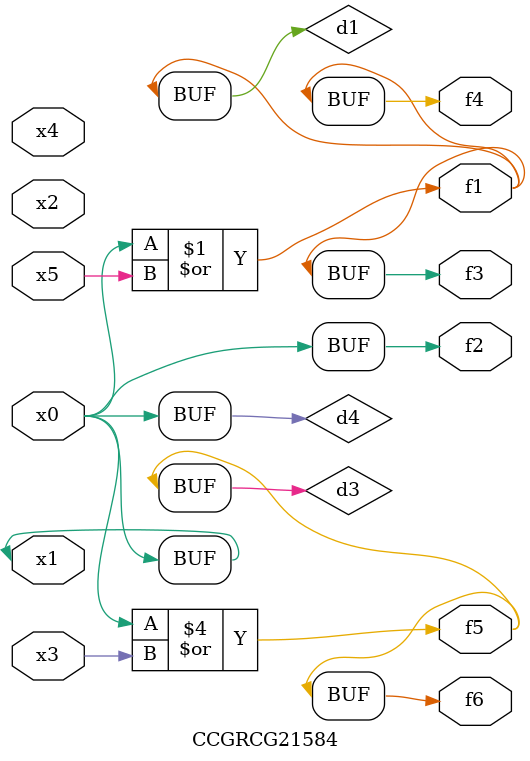
<source format=v>
module CCGRCG21584(
	input x0, x1, x2, x3, x4, x5,
	output f1, f2, f3, f4, f5, f6
);

	wire d1, d2, d3, d4;

	or (d1, x0, x5);
	xnor (d2, x1, x4);
	or (d3, x0, x3);
	buf (d4, x0, x1);
	assign f1 = d1;
	assign f2 = d4;
	assign f3 = d1;
	assign f4 = d1;
	assign f5 = d3;
	assign f6 = d3;
endmodule

</source>
